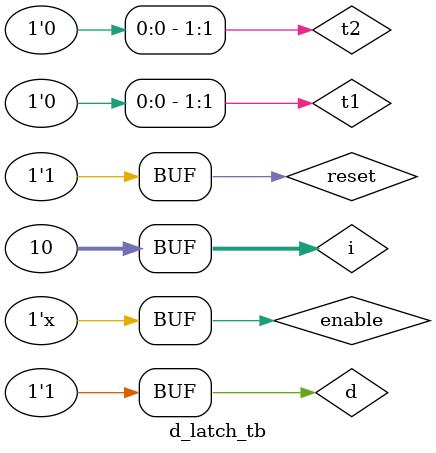
<source format=v>
module d_latch(d,enable,reset,q);
input d,enable,reset;
output reg q;
always @ (enable or reset or d)
if (!reset)
q <= 0;
else
if (enable)
q <= d;
endmodule


module d_latch_tb;
reg d;
reg enable;
reg reset;
reg [1:0] t1;
reg [1:0] t2;
integer i;
d_latch d1 (d,enable,reset,q);
initial begin
$dumpfile("d_latch.vcd");
$dumpvars(0, d_latch_tb);
d <= 0; enable <= 0; reset <= 0;
#5 reset <= 1;
for (i = 0; i < 10; i=i+1) begin
t1 = $random;
t2 = $random;
#(t1) enable <= ~enable;
#(t2) d <= i;
end
end
endmodule
</source>
